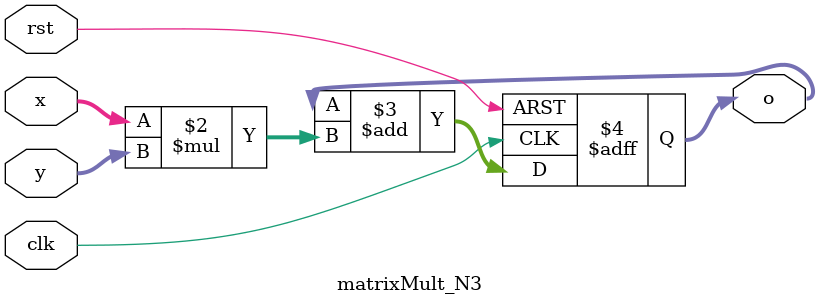
<source format=v>
`timescale 1ns / 1ps

module matrixMult_N3
#(
	parameter N=3,
	parameter M=32
)
(
	clk,
	rst,
	x,
	y,
	o
);
	input clk,rst;
	input[M-1:0] x;
	input[M-1:0] y;
	output reg[M-1:0] o;

	always@(posedge clk or posedge rst)
	begin
		if(rst)
		begin
			o <= 'b0;
		end
		else
		begin
			o <= o + x*y;
		end
	end
endmodule

</source>
